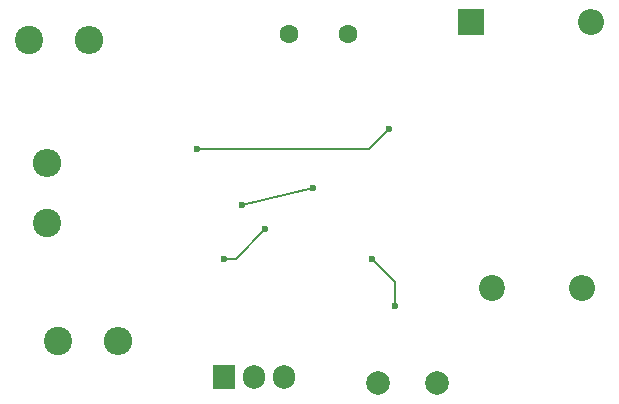
<source format=gbr>
%TF.GenerationSoftware,KiCad,Pcbnew,9.0.0*%
%TF.CreationDate,2025-03-20T23:20:09+05:30*%
%TF.ProjectId,buck_converter,6275636b-5f63-46f6-9e76-65727465722e,rev?*%
%TF.SameCoordinates,Original*%
%TF.FileFunction,Copper,L2,Bot*%
%TF.FilePolarity,Positive*%
%FSLAX46Y46*%
G04 Gerber Fmt 4.6, Leading zero omitted, Abs format (unit mm)*
G04 Created by KiCad (PCBNEW 9.0.0) date 2025-03-20 23:20:09*
%MOMM*%
%LPD*%
G01*
G04 APERTURE LIST*
%TA.AperFunction,Conductor*%
%ADD10C,0.200000*%
%TD*%
%TA.AperFunction,ComponentPad*%
%ADD11C,2.400000*%
%TD*%
%TA.AperFunction,ComponentPad*%
%ADD12O,2.400000X2.400000*%
%TD*%
%TA.AperFunction,ComponentPad*%
%ADD13R,1.905000X2.000000*%
%TD*%
%TA.AperFunction,ComponentPad*%
%ADD14O,1.905000X2.000000*%
%TD*%
%TA.AperFunction,ComponentPad*%
%ADD15C,2.200000*%
%TD*%
%TA.AperFunction,ComponentPad*%
%ADD16O,2.200000X2.200000*%
%TD*%
%TA.AperFunction,ComponentPad*%
%ADD17R,2.200000X2.200000*%
%TD*%
%TA.AperFunction,ComponentPad*%
%ADD18C,1.600000*%
%TD*%
%TA.AperFunction,ComponentPad*%
%ADD19C,2.000000*%
%TD*%
%TA.AperFunction,ViaPad*%
%ADD20C,0.600000*%
%TD*%
G04 APERTURE END LIST*
D10*
%TO.N,Net-(U1-DIS)*%
X74500000Y-45000000D02*
X68500000Y-46500000D01*
%TD*%
D11*
%TO.P,R3,1*%
%TO.N,Net-(Q1-G)*%
X52985000Y-58000000D03*
D12*
%TO.P,R3,2*%
%TO.N,Net-(U1-Q)*%
X58065000Y-58000000D03*
%TD*%
D11*
%TO.P,R2,1*%
%TO.N,Net-(U1-DIS)*%
X51985000Y-48000000D03*
D12*
%TO.P,R2,2*%
%TO.N,Net-(R2-Pad2)*%
X51985000Y-42920000D03*
%TD*%
D11*
%TO.P,R1,1*%
%TO.N,Net-(U1-DIS)*%
X50485000Y-32500000D03*
D12*
%TO.P,R1,2*%
%TO.N,+12V*%
X55565000Y-32500000D03*
%TD*%
D13*
%TO.P,Q1,1,G*%
%TO.N,Net-(Q1-G)*%
X66960000Y-61000000D03*
D14*
%TO.P,Q1,2,D*%
%TO.N,GND*%
X69500000Y-61000000D03*
%TO.P,Q1,3,S*%
%TO.N,Net-(Q1-S)*%
X72040000Y-61000000D03*
%TD*%
D15*
%TO.P,L1,1,1*%
%TO.N,Net-(Q1-S)*%
X89715000Y-53500000D03*
D16*
%TO.P,L1,2,2*%
%TO.N,Net-(D1-K)*%
X97335000Y-53500000D03*
%TD*%
D17*
%TO.P,D1,1,K*%
%TO.N,Net-(D1-K)*%
X87920000Y-31000000D03*
D16*
%TO.P,D1,2,A*%
%TO.N,GND*%
X98080000Y-31000000D03*
%TD*%
D18*
%TO.P,C2,1*%
%TO.N,GND*%
X72500000Y-32000000D03*
%TO.P,C2,2*%
%TO.N,Net-(U1-CV)*%
X77500000Y-32000000D03*
%TD*%
D19*
%TO.P,C1,1*%
%TO.N,GND*%
X80000000Y-61500000D03*
%TO.P,C1,2*%
%TO.N,Net-(U1-THR)*%
X85000000Y-61500000D03*
%TD*%
D20*
%TO.N,Net-(U1-DIS)*%
X74500000Y-45000000D03*
X68500000Y-46500000D03*
%TO.N,Net-(U1-Q)*%
X70500000Y-48500000D03*
X67000000Y-51000000D03*
%TO.N,Net-(U1-THR)*%
X81500000Y-55000000D03*
X79500000Y-51000000D03*
%TO.N,Net-(R2-Pad2)*%
X81000000Y-40000000D03*
X64750000Y-41750000D03*
%TD*%
D10*
%TO.N,Net-(U1-Q)*%
X68000000Y-51000000D02*
X70500000Y-48500000D01*
X67000000Y-51000000D02*
X68000000Y-51000000D01*
%TO.N,Net-(U1-THR)*%
X81500000Y-53000000D02*
X81500000Y-55000000D01*
X79500000Y-51000000D02*
X81500000Y-53000000D01*
%TO.N,Net-(R2-Pad2)*%
X79250000Y-41750000D02*
X81000000Y-40000000D01*
X64750000Y-41750000D02*
X79250000Y-41750000D01*
%TD*%
M02*

</source>
